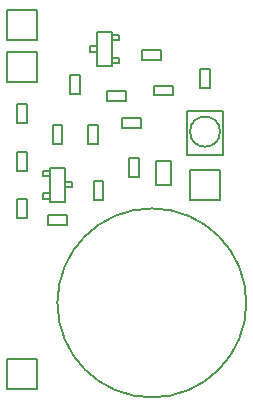
<source format=gbr>
G04 #@! TF.FileFunction,Other,Fab,Top*
%FSLAX46Y46*%
G04 Gerber Fmt 4.6, Leading zero omitted, Abs format (unit mm)*
G04 Created by KiCad (PCBNEW 4.0.2-4+6225~38~ubuntu14.04.1-stable) date Fri 29 Apr 2016 12:46:25 PM PDT*
%MOMM*%
G01*
G04 APERTURE LIST*
%ADD10C,0.100000*%
%ADD11C,0.150000*%
G04 APERTURE END LIST*
D10*
D11*
X132270000Y-102770000D02*
X132270000Y-100230000D01*
X132270000Y-100230000D02*
X129730000Y-100230000D01*
X129730000Y-100230000D02*
X129730000Y-102770000D01*
X129730000Y-102770000D02*
X132270000Y-102770000D01*
X147770000Y-112770000D02*
X147770000Y-110230000D01*
X147770000Y-110230000D02*
X145230000Y-110230000D01*
X145230000Y-110230000D02*
X145230000Y-112770000D01*
X145230000Y-112770000D02*
X147770000Y-112770000D01*
X132270000Y-99270000D02*
X132270000Y-96730000D01*
X132270000Y-96730000D02*
X129730000Y-96730000D01*
X129730000Y-96730000D02*
X129730000Y-99270000D01*
X129730000Y-99270000D02*
X132270000Y-99270000D01*
X132270000Y-128770000D02*
X132270000Y-126230000D01*
X132270000Y-126230000D02*
X129730000Y-126230000D01*
X129730000Y-126230000D02*
X129730000Y-128770000D01*
X129730000Y-128770000D02*
X132270000Y-128770000D01*
X132800000Y-112230000D02*
X133350000Y-112230000D01*
D10*
X133350000Y-112230000D02*
X133350000Y-112670000D01*
D11*
X133350000Y-112670000D02*
X132810000Y-112670000D01*
X132800000Y-112670000D02*
X132800000Y-112230000D01*
X132800000Y-110770000D02*
X132800000Y-110330000D01*
X133350000Y-110770000D02*
X132810000Y-110770000D01*
D10*
X133350000Y-110330000D02*
X133350000Y-110770000D01*
D11*
X132800000Y-110330000D02*
X133350000Y-110330000D01*
X134650000Y-111280000D02*
X135200000Y-111280000D01*
X135200000Y-111280000D02*
X135200000Y-111720000D01*
X135200000Y-111720000D02*
X134660000Y-111720000D01*
X134650000Y-111720000D02*
X134650000Y-111280000D01*
X133350000Y-112950000D02*
X133350000Y-110050000D01*
X133350000Y-110050000D02*
X134650000Y-110050000D01*
X134650000Y-110050000D02*
X134650000Y-112950000D01*
X134650000Y-112950000D02*
X133350000Y-112950000D01*
X139200000Y-99270000D02*
X138650000Y-99270000D01*
D10*
X138650000Y-99270000D02*
X138650000Y-98830000D01*
D11*
X138650000Y-98830000D02*
X139190000Y-98830000D01*
X139200000Y-98830000D02*
X139200000Y-99270000D01*
X139200000Y-100730000D02*
X139200000Y-101170000D01*
X138650000Y-100730000D02*
X139190000Y-100730000D01*
D10*
X138650000Y-101170000D02*
X138650000Y-100730000D01*
D11*
X139200000Y-101170000D02*
X138650000Y-101170000D01*
X137350000Y-100220000D02*
X136800000Y-100220000D01*
X136800000Y-100220000D02*
X136800000Y-99780000D01*
X136800000Y-99780000D02*
X137340000Y-99780000D01*
X137350000Y-99780000D02*
X137350000Y-100220000D01*
X138650000Y-98550000D02*
X138650000Y-101450000D01*
X138650000Y-101450000D02*
X137350000Y-101450000D01*
X137350000Y-101450000D02*
X137350000Y-98550000D01*
X137350000Y-98550000D02*
X138650000Y-98550000D01*
X130600000Y-110300000D02*
X131400000Y-110300000D01*
X131400000Y-110300000D02*
X131400000Y-108700000D01*
X131400000Y-108700000D02*
X130600000Y-108700000D01*
X130600000Y-108700000D02*
X130600000Y-110300000D01*
X141050000Y-106650000D02*
X141050000Y-105850000D01*
X141050000Y-105850000D02*
X139450000Y-105850000D01*
X139450000Y-105850000D02*
X139450000Y-106650000D01*
X139450000Y-106650000D02*
X141050000Y-106650000D01*
X146900000Y-101700000D02*
X146100000Y-101700000D01*
X146100000Y-101700000D02*
X146100000Y-103300000D01*
X146100000Y-103300000D02*
X146900000Y-103300000D01*
X146900000Y-103300000D02*
X146900000Y-101700000D01*
X142200000Y-103100000D02*
X142200000Y-103900000D01*
X142200000Y-103900000D02*
X143800000Y-103900000D01*
X143800000Y-103900000D02*
X143800000Y-103100000D01*
X143800000Y-103100000D02*
X142200000Y-103100000D01*
X142375000Y-111500000D02*
X143625000Y-111500000D01*
X143625000Y-111500000D02*
X143625000Y-109500000D01*
X143625000Y-109500000D02*
X142375000Y-109500000D01*
X142375000Y-109500000D02*
X142375000Y-111500000D01*
X145000000Y-105250000D02*
X145000000Y-109000000D01*
X148000000Y-105250000D02*
X148000000Y-109000000D01*
X145000000Y-105250000D02*
X148000000Y-105250000D01*
X145000000Y-109000000D02*
X148000000Y-109000000D01*
X147772792Y-107000000D02*
G75*
G03X147772792Y-107000000I-1272792J0D01*
G01*
X150000000Y-121500000D02*
G75*
G03X150000000Y-121500000I-8000000J0D01*
G01*
X142800000Y-100900000D02*
X142800000Y-100100000D01*
X142800000Y-100100000D02*
X141200000Y-100100000D01*
X141200000Y-100100000D02*
X141200000Y-100900000D01*
X141200000Y-100900000D02*
X142800000Y-100900000D01*
X135900000Y-102200000D02*
X135100000Y-102200000D01*
X135100000Y-102200000D02*
X135100000Y-103800000D01*
X135100000Y-103800000D02*
X135900000Y-103800000D01*
X135900000Y-103800000D02*
X135900000Y-102200000D01*
X138200000Y-103600000D02*
X138200000Y-104400000D01*
X138200000Y-104400000D02*
X139800000Y-104400000D01*
X139800000Y-104400000D02*
X139800000Y-103600000D01*
X139800000Y-103600000D02*
X138200000Y-103600000D01*
X140900000Y-109200000D02*
X140100000Y-109200000D01*
X140100000Y-109200000D02*
X140100000Y-110800000D01*
X140100000Y-110800000D02*
X140900000Y-110800000D01*
X140900000Y-110800000D02*
X140900000Y-109200000D01*
X137100000Y-112800000D02*
X137900000Y-112800000D01*
X137900000Y-112800000D02*
X137900000Y-111200000D01*
X137900000Y-111200000D02*
X137100000Y-111200000D01*
X137100000Y-111200000D02*
X137100000Y-112800000D01*
X136600000Y-108050000D02*
X137400000Y-108050000D01*
X137400000Y-108050000D02*
X137400000Y-106450000D01*
X137400000Y-106450000D02*
X136600000Y-106450000D01*
X136600000Y-106450000D02*
X136600000Y-108050000D01*
X134800000Y-114900000D02*
X134800000Y-114100000D01*
X134800000Y-114100000D02*
X133200000Y-114100000D01*
X133200000Y-114100000D02*
X133200000Y-114900000D01*
X133200000Y-114900000D02*
X134800000Y-114900000D01*
X133600000Y-108050000D02*
X134400000Y-108050000D01*
X134400000Y-108050000D02*
X134400000Y-106450000D01*
X134400000Y-106450000D02*
X133600000Y-106450000D01*
X133600000Y-106450000D02*
X133600000Y-108050000D01*
X130600000Y-114300000D02*
X131400000Y-114300000D01*
X131400000Y-114300000D02*
X131400000Y-112700000D01*
X131400000Y-112700000D02*
X130600000Y-112700000D01*
X130600000Y-112700000D02*
X130600000Y-114300000D01*
X131400000Y-104700000D02*
X130600000Y-104700000D01*
X130600000Y-104700000D02*
X130600000Y-106300000D01*
X130600000Y-106300000D02*
X131400000Y-106300000D01*
X131400000Y-106300000D02*
X131400000Y-104700000D01*
M02*

</source>
